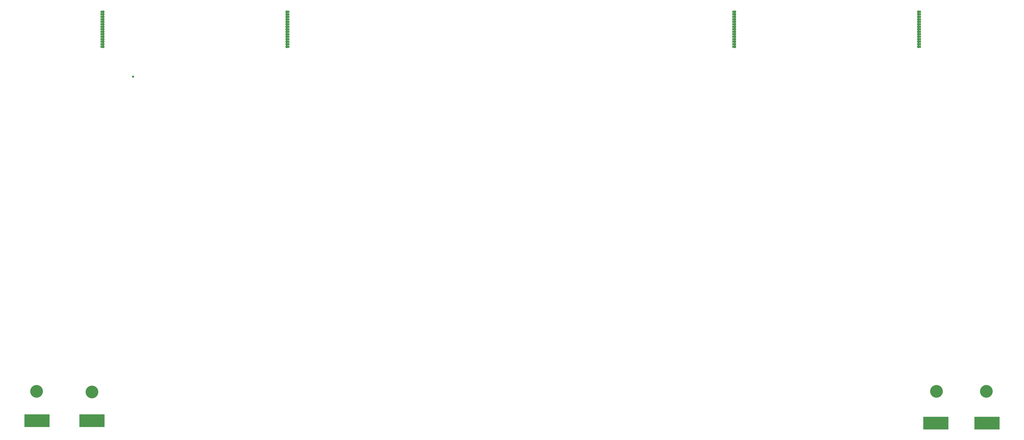
<source format=gbr>
%TF.GenerationSoftware,Altium Limited,Altium Designer,23.9.2 (47)*%
G04 Layer_Color=8388736*
%FSLAX45Y45*%
%MOMM*%
%TF.SameCoordinates,45DC480F-FB56-4E7A-9A2C-25C5303F6BDF*%
%TF.FilePolarity,Negative*%
%TF.FileFunction,Soldermask,Top*%
%TF.Part,Single*%
G01*
G75*
%TA.AperFunction,SMDPad,CuDef*%
%ADD16R,2.20320X1.72720*%
%ADD17C,1.72720*%
%ADD18R,20.20320X10.20320*%
%TA.AperFunction,ComponentPad*%
%ADD19C,10.20320*%
%TA.AperFunction,ViaPad*%
%ADD20C,2.20320*%
D16*
X74900000Y33600000D02*
D03*
Y33400000D02*
D03*
Y33200000D02*
D03*
Y33000000D02*
D03*
Y32800000D02*
D03*
Y32600000D02*
D03*
Y32400000D02*
D03*
X60000000Y32400000D02*
D03*
Y32600000D02*
D03*
Y32800000D02*
D03*
Y33000000D02*
D03*
Y33200000D02*
D03*
Y33400000D02*
D03*
Y33600000D02*
D03*
X24305643Y32396979D02*
D03*
Y32596979D02*
D03*
Y32796979D02*
D03*
Y32996979D02*
D03*
Y33196979D02*
D03*
Y33396979D02*
D03*
Y33596979D02*
D03*
X9400000Y32400000D02*
D03*
Y32600000D02*
D03*
Y32800000D02*
D03*
Y33000000D02*
D03*
Y33200000D02*
D03*
Y33400000D02*
D03*
Y33600000D02*
D03*
X24305643Y31996979D02*
D03*
Y31796979D02*
D03*
Y31596979D02*
D03*
Y32196979D02*
D03*
Y33796979D02*
D03*
Y33996979D02*
D03*
Y34196979D02*
D03*
Y34396979D02*
D03*
X60000000Y31600000D02*
D03*
Y31800000D02*
D03*
Y32000000D02*
D03*
Y32200000D02*
D03*
Y33800000D02*
D03*
Y34400000D02*
D03*
Y34200000D02*
D03*
Y34000000D02*
D03*
X74900000Y32000000D02*
D03*
Y31800000D02*
D03*
Y31600000D02*
D03*
Y32200000D02*
D03*
Y33800000D02*
D03*
Y34000000D02*
D03*
Y34200000D02*
D03*
Y34400000D02*
D03*
X9400000Y31600000D02*
D03*
Y31800000D02*
D03*
Y32000000D02*
D03*
Y32200000D02*
D03*
Y33800000D02*
D03*
Y34400000D02*
D03*
Y34200000D02*
D03*
Y34000000D02*
D03*
D17*
X11900000Y29200000D02*
D03*
D18*
X4200000Y1600000D02*
D03*
X8600000D02*
D03*
X80300000Y1400000D02*
D03*
X76200000D02*
D03*
D19*
X76250000Y3950000D02*
D03*
X8600000Y3900000D02*
D03*
X80250000Y3950000D02*
D03*
X4165600D02*
D03*
D20*
X24205643Y32196979D02*
D03*
Y32396979D02*
D03*
Y32596979D02*
D03*
Y32796979D02*
D03*
Y32996979D02*
D03*
Y33196979D02*
D03*
Y33396979D02*
D03*
Y33596979D02*
D03*
Y33796979D02*
D03*
Y31996979D02*
D03*
Y31796979D02*
D03*
Y31596979D02*
D03*
Y34396979D02*
D03*
Y34196979D02*
D03*
Y33996979D02*
D03*
X60100000Y32000000D02*
D03*
Y31800000D02*
D03*
Y31600000D02*
D03*
Y34400000D02*
D03*
Y34200000D02*
D03*
Y34000000D02*
D03*
Y32200000D02*
D03*
Y32400000D02*
D03*
Y32600000D02*
D03*
Y32800000D02*
D03*
Y33000000D02*
D03*
Y33200000D02*
D03*
Y33400000D02*
D03*
Y33600000D02*
D03*
Y33800000D02*
D03*
X74800000Y32200000D02*
D03*
Y32400000D02*
D03*
Y32600000D02*
D03*
Y32800000D02*
D03*
Y33000000D02*
D03*
Y33200000D02*
D03*
Y33400000D02*
D03*
Y33600000D02*
D03*
Y33800000D02*
D03*
Y32000000D02*
D03*
Y31800000D02*
D03*
Y31600000D02*
D03*
Y34400000D02*
D03*
Y34200000D02*
D03*
Y34000000D02*
D03*
X9500000Y32000000D02*
D03*
Y31800000D02*
D03*
Y31600000D02*
D03*
Y34400000D02*
D03*
Y34200000D02*
D03*
Y34000000D02*
D03*
Y32200000D02*
D03*
Y32400000D02*
D03*
Y32600000D02*
D03*
Y32800000D02*
D03*
Y33000000D02*
D03*
Y33200000D02*
D03*
Y33400000D02*
D03*
Y33600000D02*
D03*
Y33800000D02*
D03*
%TF.MD5,d5b520867d79771fbbea1a82397b4249*%
M02*

</source>
